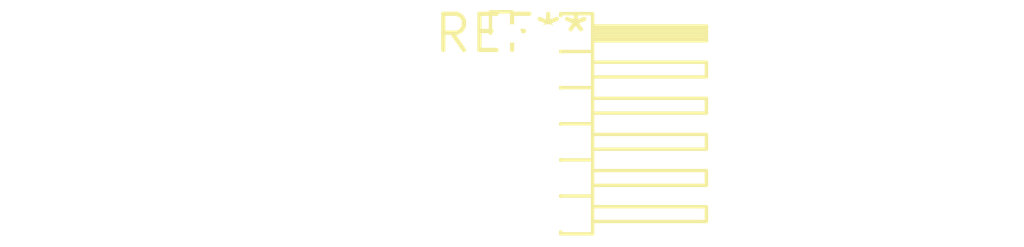
<source format=kicad_pcb>
(kicad_pcb (version 20240108) (generator pcbnew)
  (layers (0 "F.Cu" signal) (31 "B.Cu" signal) (34 "B.Paste" user) (35 "F.Paste" user) (36 "B.SilkS" user "B.Silkscreen") (37 "F.SilkS" user "F.Silkscreen") (38 "B.Mask" user) (39 "F.Mask" user) (44 "Edge.Cuts" user))
  (net 0 "")
  (footprint "PinHeader_2x06_P1.27mm_Horizontal" (layer "F.Cu") (at 0 0)
    (property "Reference" "REF**")
    (property "Value" "PinHeader_2x06_P1.27mm_Horizontal")
    (fp_line (start -0.76 -0.76) (end 0 -0.76) (layer "F.SilkS") (stroke (width 0.12)))
    (fp_line (start -0.76 0) (end -0.76 -0.76) (layer "F.SilkS") (stroke (width 0.12)))
    (fp_line (start 1.71 -0.695) (end 2.83 -0.695) (layer "F.SilkS") (stroke (width 0.12)))
    (fp_line (start 1.71 -0.619677) (end 1.71 -0.695) (layer "F.SilkS") (stroke (width 0.12)))
    (fp_line (start 1.71 0.619677) (end 1.71 0.650323) (layer "F.SilkS") (stroke (width 0.12)))
    (fp_line (start 1.71 0.635) (end 2.83 0.635) (layer "F.SilkS") (stroke (width 0.12)))
    (fp_line (start 1.71 1.889677) (end 1.71 1.920323) (layer "F.SilkS") (stroke (width 0.12)))
    (fp_line (start 1.71 1.905) (end 2.83 1.905) (layer "F.SilkS") (stroke (width 0.12)))
    (fp_line (start 1.71 3.159677) (end 1.71 3.190323) (layer "F.SilkS") (stroke (width 0.12)))
    (fp_line (start 1.71 3.175) (end 2.83 3.175) (layer "F.SilkS") (stroke (width 0.12)))
    (fp_line (start 1.71 4.429677) (end 1.71 4.460323) (layer "F.SilkS") (stroke (width 0.12)))
    (fp_line (start 1.71 4.445) (end 2.83 4.445) (layer "F.SilkS") (stroke (width 0.12)))
    (fp_line (start 1.71 5.699677) (end 1.71 5.730323) (layer "F.SilkS") (stroke (width 0.12)))
    (fp_line (start 1.71 5.715) (end 2.83 5.715) (layer "F.SilkS") (stroke (width 0.12)))
    (fp_line (start 1.71 7.045) (end 1.71 6.969677) (layer "F.SilkS") (stroke (width 0.12)))
    (fp_line (start 2.83 -0.695) (end 2.83 7.045) (layer "F.SilkS") (stroke (width 0.12)))
    (fp_line (start 2.83 -0.26) (end 6.83 -0.26) (layer "F.SilkS") (stroke (width 0.12)))
    (fp_line (start 2.83 -0.2) (end 6.83 -0.2) (layer "F.SilkS") (stroke (width 0.12)))
    (fp_line (start 2.83 -0.08) (end 6.83 -0.08) (layer "F.SilkS") (stroke (width 0.12)))
    (fp_line (start 2.83 0.04) (end 6.83 0.04) (layer "F.SilkS") (stroke (width 0.12)))
    (fp_line (start 2.83 0.16) (end 6.83 0.16) (layer "F.SilkS") (stroke (width 0.12)))
    (fp_line (start 2.83 1.01) (end 6.83 1.01) (layer "F.SilkS") (stroke (width 0.12)))
    (fp_line (start 2.83 2.28) (end 6.83 2.28) (layer "F.SilkS") (stroke (width 0.12)))
    (fp_line (start 2.83 3.55) (end 6.83 3.55) (layer "F.SilkS") (stroke (width 0.12)))
    (fp_line (start 2.83 4.82) (end 6.83 4.82) (layer "F.SilkS") (stroke (width 0.12)))
    (fp_line (start 2.83 6.09) (end 6.83 6.09) (layer "F.SilkS") (stroke (width 0.12)))
    (fp_line (start 2.83 7.045) (end 1.71 7.045) (layer "F.SilkS") (stroke (width 0.12)))
    (fp_line (start 6.83 -0.26) (end 6.83 0.26) (layer "F.SilkS") (stroke (width 0.12)))
    (fp_line (start 6.83 0.26) (end 2.83 0.26) (layer "F.SilkS") (stroke (width 0.12)))
    (fp_line (start 6.83 1.01) (end 6.83 1.53) (layer "F.SilkS") (stroke (width 0.12)))
    (fp_line (start 6.83 1.53) (end 2.83 1.53) (layer "F.SilkS") (stroke (width 0.12)))
    (fp_line (start 6.83 2.28) (end 6.83 2.8) (layer "F.SilkS") (stroke (width 0.12)))
    (fp_line (start 6.83 2.8) (end 2.83 2.8) (layer "F.SilkS") (stroke (width 0.12)))
    (fp_line (start 6.83 3.55) (end 6.83 4.07) (layer "F.SilkS") (stroke (width 0.12)))
    (fp_line (start 6.83 4.07) (end 2.83 4.07) (layer "F.SilkS") (stroke (width 0.12)))
    (fp_line (start 6.83 4.82) (end 6.83 5.34) (layer "F.SilkS") (stroke (width 0.12)))
    (fp_line (start 6.83 5.34) (end 2.83 5.34) (layer "F.SilkS") (stroke (width 0.12)))
    (fp_line (start 6.83 6.09) (end 6.83 6.61) (layer "F.SilkS") (stroke (width 0.12)))
    (fp_line (start 6.83 6.61) (end 2.83 6.61) (layer "F.SilkS") (stroke (width 0.12)))
    (pad "1" thru_hole rect (at 0 0) (size 1 1) (drill 0.65) (layers *.Cu *.Mask) (remove_unused_layers))
    (pad "2" thru_hole oval (at 1.27 0) (size 1 1) (drill 0.65) (layers *.Cu *.Mask) (remove_unused_layers))
    (pad "3" thru_hole oval (at 0 1.27) (size 1 1) (drill 0.65) (layers *.Cu *.Mask) (remove_unused_layers))
    (pad "4" thru_hole oval (at 1.27 1.27) (size 1 1) (drill 0.65) (layers *.Cu *.Mask) (remove_unused_layers))
    (pad "5" thru_hole oval (at 0 2.54) (size 1 1) (drill 0.65) (layers *.Cu *.Mask) (remove_unused_layers))
    (pad "6" thru_hole oval (at 1.27 2.54) (size 1 1) (drill 0.65) (layers *.Cu *.Mask) (remove_unused_layers))
    (pad "7" thru_hole oval (at 0 3.81) (size 1 1) (drill 0.65) (layers *.Cu *.Mask) (remove_unused_layers))
    (pad "8" thru_hole oval (at 1.27 3.81) (size 1 1) (drill 0.65) (layers *.Cu *.Mask) (remove_unused_layers))
    (pad "9" thru_hole oval (at 0 5.08) (size 1 1) (drill 0.65) (layers *.Cu *.Mask) (remove_unused_layers))
    (pad "10" thru_hole oval (at 1.27 5.08) (size 1 1) (drill 0.65) (layers *.Cu *.Mask) (remove_unused_layers))
    (pad "11" thru_hole oval (at 0 6.35) (size 1 1) (drill 0.65) (layers *.Cu *.Mask) (remove_unused_layers))
    (pad "12" thru_hole oval (at 1.27 6.35) (size 1 1) (drill 0.65) (layers *.Cu *.Mask) (remove_unused_layers))
  )
)
</source>
